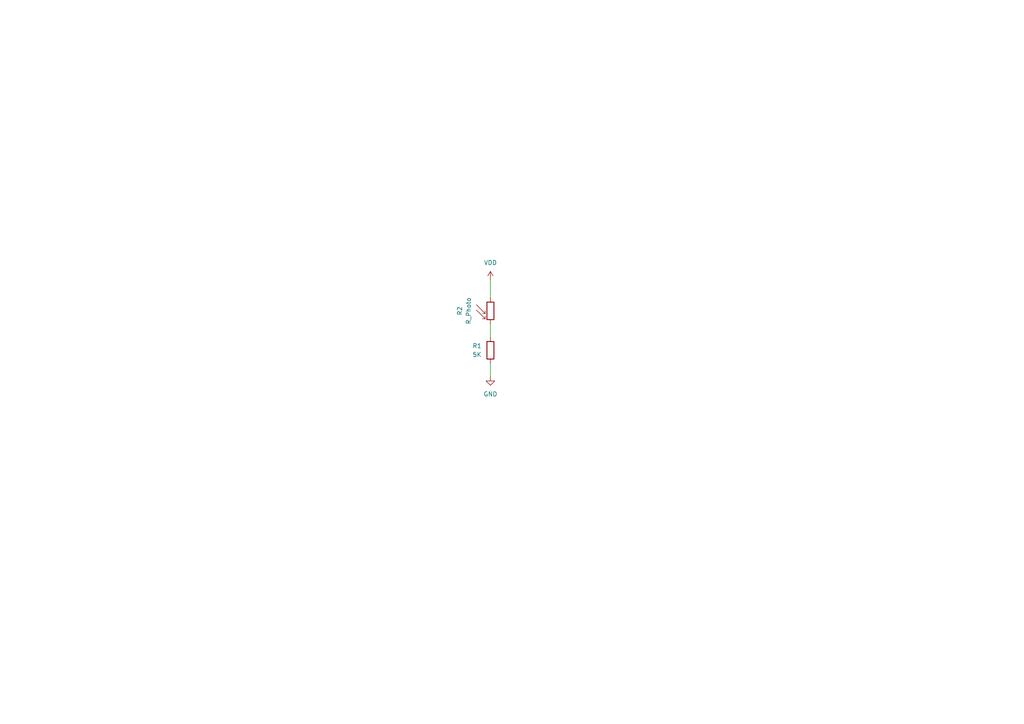
<source format=kicad_sch>
(kicad_sch (version 20230121) (generator eeschema)

  (uuid da2269a9-9c43-4c6c-b9ce-7b8abf9f0ffe)

  (paper "A4")

  (lib_symbols
    (symbol "Device:R" (pin_numbers hide) (pin_names (offset 0)) (in_bom yes) (on_board yes)
      (property "Reference" "R" (at 2.032 0 90)
        (effects (font (size 1.27 1.27)))
      )
      (property "Value" "R" (at 0 0 90)
        (effects (font (size 1.27 1.27)))
      )
      (property "Footprint" "" (at -1.778 0 90)
        (effects (font (size 1.27 1.27)) hide)
      )
      (property "Datasheet" "~" (at 0 0 0)
        (effects (font (size 1.27 1.27)) hide)
      )
      (property "ki_keywords" "R res resistor" (at 0 0 0)
        (effects (font (size 1.27 1.27)) hide)
      )
      (property "ki_description" "Resistor" (at 0 0 0)
        (effects (font (size 1.27 1.27)) hide)
      )
      (property "ki_fp_filters" "R_*" (at 0 0 0)
        (effects (font (size 1.27 1.27)) hide)
      )
      (symbol "R_0_1"
        (rectangle (start -1.016 -2.54) (end 1.016 2.54)
          (stroke (width 0.254) (type default))
          (fill (type none))
        )
      )
      (symbol "R_1_1"
        (pin passive line (at 0 3.81 270) (length 1.27)
          (name "~" (effects (font (size 1.27 1.27))))
          (number "1" (effects (font (size 1.27 1.27))))
        )
        (pin passive line (at 0 -3.81 90) (length 1.27)
          (name "~" (effects (font (size 1.27 1.27))))
          (number "2" (effects (font (size 1.27 1.27))))
        )
      )
    )
    (symbol "Device:R_Photo" (pin_numbers hide) (pin_names (offset 0)) (in_bom yes) (on_board yes)
      (property "Reference" "R" (at 1.27 1.27 0)
        (effects (font (size 1.27 1.27)) (justify left))
      )
      (property "Value" "R_Photo" (at 1.27 0 0)
        (effects (font (size 1.27 1.27)) (justify left top))
      )
      (property "Footprint" "" (at 1.27 -6.35 90)
        (effects (font (size 1.27 1.27)) (justify left) hide)
      )
      (property "Datasheet" "~" (at 0 -1.27 0)
        (effects (font (size 1.27 1.27)) hide)
      )
      (property "ki_keywords" "resistor variable light sensitive opto LDR" (at 0 0 0)
        (effects (font (size 1.27 1.27)) hide)
      )
      (property "ki_description" "Photoresistor" (at 0 0 0)
        (effects (font (size 1.27 1.27)) hide)
      )
      (property "ki_fp_filters" "*LDR* R?LDR*" (at 0 0 0)
        (effects (font (size 1.27 1.27)) hide)
      )
      (symbol "R_Photo_0_1"
        (rectangle (start -1.016 2.54) (end 1.016 -2.54)
          (stroke (width 0.254) (type default))
          (fill (type none))
        )
        (polyline
          (pts
            (xy -1.524 -2.286)
            (xy -4.064 0.254)
          )
          (stroke (width 0) (type default))
          (fill (type none))
        )
        (polyline
          (pts
            (xy -1.524 -2.286)
            (xy -2.286 -2.286)
          )
          (stroke (width 0) (type default))
          (fill (type none))
        )
        (polyline
          (pts
            (xy -1.524 -2.286)
            (xy -1.524 -1.524)
          )
          (stroke (width 0) (type default))
          (fill (type none))
        )
        (polyline
          (pts
            (xy -1.524 -0.762)
            (xy -4.064 1.778)
          )
          (stroke (width 0) (type default))
          (fill (type none))
        )
        (polyline
          (pts
            (xy -1.524 -0.762)
            (xy -2.286 -0.762)
          )
          (stroke (width 0) (type default))
          (fill (type none))
        )
        (polyline
          (pts
            (xy -1.524 -0.762)
            (xy -1.524 0)
          )
          (stroke (width 0) (type default))
          (fill (type none))
        )
      )
      (symbol "R_Photo_1_1"
        (pin passive line (at 0 3.81 270) (length 1.27)
          (name "~" (effects (font (size 1.27 1.27))))
          (number "1" (effects (font (size 1.27 1.27))))
        )
        (pin passive line (at 0 -3.81 90) (length 1.27)
          (name "~" (effects (font (size 1.27 1.27))))
          (number "2" (effects (font (size 1.27 1.27))))
        )
      )
    )
    (symbol "power:GND" (power) (pin_names (offset 0)) (in_bom yes) (on_board yes)
      (property "Reference" "#PWR" (at 0 -6.35 0)
        (effects (font (size 1.27 1.27)) hide)
      )
      (property "Value" "GND" (at 0 -3.81 0)
        (effects (font (size 1.27 1.27)))
      )
      (property "Footprint" "" (at 0 0 0)
        (effects (font (size 1.27 1.27)) hide)
      )
      (property "Datasheet" "" (at 0 0 0)
        (effects (font (size 1.27 1.27)) hide)
      )
      (property "ki_keywords" "global power" (at 0 0 0)
        (effects (font (size 1.27 1.27)) hide)
      )
      (property "ki_description" "Power symbol creates a global label with name \"GND\" , ground" (at 0 0 0)
        (effects (font (size 1.27 1.27)) hide)
      )
      (symbol "GND_0_1"
        (polyline
          (pts
            (xy 0 0)
            (xy 0 -1.27)
            (xy 1.27 -1.27)
            (xy 0 -2.54)
            (xy -1.27 -1.27)
            (xy 0 -1.27)
          )
          (stroke (width 0) (type default))
          (fill (type none))
        )
      )
      (symbol "GND_1_1"
        (pin power_in line (at 0 0 270) (length 0) hide
          (name "GND" (effects (font (size 1.27 1.27))))
          (number "1" (effects (font (size 1.27 1.27))))
        )
      )
    )
    (symbol "power:VDD" (power) (pin_names (offset 0)) (in_bom yes) (on_board yes)
      (property "Reference" "#PWR" (at 0 -3.81 0)
        (effects (font (size 1.27 1.27)) hide)
      )
      (property "Value" "VDD" (at 0 3.81 0)
        (effects (font (size 1.27 1.27)))
      )
      (property "Footprint" "" (at 0 0 0)
        (effects (font (size 1.27 1.27)) hide)
      )
      (property "Datasheet" "" (at 0 0 0)
        (effects (font (size 1.27 1.27)) hide)
      )
      (property "ki_keywords" "global power" (at 0 0 0)
        (effects (font (size 1.27 1.27)) hide)
      )
      (property "ki_description" "Power symbol creates a global label with name \"VDD\"" (at 0 0 0)
        (effects (font (size 1.27 1.27)) hide)
      )
      (symbol "VDD_0_1"
        (polyline
          (pts
            (xy -0.762 1.27)
            (xy 0 2.54)
          )
          (stroke (width 0) (type default))
          (fill (type none))
        )
        (polyline
          (pts
            (xy 0 0)
            (xy 0 2.54)
          )
          (stroke (width 0) (type default))
          (fill (type none))
        )
        (polyline
          (pts
            (xy 0 2.54)
            (xy 0.762 1.27)
          )
          (stroke (width 0) (type default))
          (fill (type none))
        )
      )
      (symbol "VDD_1_1"
        (pin power_in line (at 0 0 90) (length 0) hide
          (name "VDD" (effects (font (size 1.27 1.27))))
          (number "1" (effects (font (size 1.27 1.27))))
        )
      )
    )
  )


  (wire (pts (xy 142.24 93.98) (xy 142.24 97.79))
    (stroke (width 0) (type default))
    (uuid 4890c68f-e77a-44ce-8c53-bcadd00fdee4)
  )
  (wire (pts (xy 142.24 86.36) (xy 142.24 81.28))
    (stroke (width 0) (type default))
    (uuid 833e9f8f-ae6b-46f0-800b-534f436a313d)
  )
  (wire (pts (xy 142.24 105.41) (xy 142.24 109.22))
    (stroke (width 0) (type default))
    (uuid e145d198-2dd6-4d96-81b8-c1841eed47bd)
  )

  (symbol (lib_id "power:GND") (at 142.24 109.22 0) (unit 1)
    (in_bom yes) (on_board yes) (dnp no) (fields_autoplaced)
    (uuid 5a01d096-13a6-4fae-9d4b-7ae6465811ed)
    (property "Reference" "#PWR01" (at 142.24 115.57 0)
      (effects (font (size 1.27 1.27)) hide)
    )
    (property "Value" "GND" (at 142.24 114.3 0)
      (effects (font (size 1.27 1.27)))
    )
    (property "Footprint" "" (at 142.24 109.22 0)
      (effects (font (size 1.27 1.27)) hide)
    )
    (property "Datasheet" "" (at 142.24 109.22 0)
      (effects (font (size 1.27 1.27)) hide)
    )
    (pin "1" (uuid 9040bf36-0620-49a1-b302-1b5e7695cd7d))
    (instances
      (project "Ring_LSD"
        (path "/37a71345-bccb-4916-ae16-91b47f155daa"
          (reference "#PWR01") (unit 1)
        )
        (path "/37a71345-bccb-4916-ae16-91b47f155daa/e4257de1-c277-46f1-9b8c-b200bed097e2"
          (reference "#PWR02") (unit 1)
        )
      )
    )
  )

  (symbol (lib_id "Device:R_Photo") (at 142.24 90.17 0) (unit 1)
    (in_bom yes) (on_board yes) (dnp no) (fields_autoplaced)
    (uuid 775706cf-87bb-4b7e-92dc-37cec821f7ca)
    (property "Reference" "R2" (at 133.35 90.17 90)
      (effects (font (size 1.27 1.27)))
    )
    (property "Value" "R_Photo" (at 135.89 90.17 90)
      (effects (font (size 1.27 1.27)))
    )
    (property "Footprint" "" (at 143.51 96.52 90)
      (effects (font (size 1.27 1.27)) (justify left) hide)
    )
    (property "Datasheet" "~" (at 142.24 91.44 0)
      (effects (font (size 1.27 1.27)) hide)
    )
    (pin "1" (uuid 127a1c29-f4c2-4c6e-9361-6c6aa0c9349d))
    (pin "2" (uuid 9416cd79-5fd6-414f-a9c1-cf3ae34e5af4))
    (instances
      (project "Ring_LSD"
        (path "/37a71345-bccb-4916-ae16-91b47f155daa"
          (reference "R2") (unit 1)
        )
        (path "/37a71345-bccb-4916-ae16-91b47f155daa/e4257de1-c277-46f1-9b8c-b200bed097e2"
          (reference "R1") (unit 1)
        )
      )
    )
  )

  (symbol (lib_id "Device:R") (at 142.24 101.6 0) (mirror y) (unit 1)
    (in_bom yes) (on_board yes) (dnp no)
    (uuid b83ffa64-7250-4b10-a1f8-db471c929c60)
    (property "Reference" "R1" (at 139.7 100.33 0)
      (effects (font (size 1.27 1.27)) (justify left))
    )
    (property "Value" "5K" (at 139.7 102.87 0)
      (effects (font (size 1.27 1.27)) (justify left))
    )
    (property "Footprint" "" (at 144.018 101.6 90)
      (effects (font (size 1.27 1.27)) hide)
    )
    (property "Datasheet" "~" (at 142.24 101.6 0)
      (effects (font (size 1.27 1.27)) hide)
    )
    (pin "1" (uuid 89cbb156-1dc1-40ec-82b2-02a1731572c0))
    (pin "2" (uuid e33db4af-f5a6-418f-ad69-6157c8420f64))
    (instances
      (project "Ring_LSD"
        (path "/37a71345-bccb-4916-ae16-91b47f155daa"
          (reference "R1") (unit 1)
        )
        (path "/37a71345-bccb-4916-ae16-91b47f155daa/e4257de1-c277-46f1-9b8c-b200bed097e2"
          (reference "R2") (unit 1)
        )
      )
    )
  )

  (symbol (lib_id "power:VDD") (at 142.24 81.28 0) (unit 1)
    (in_bom yes) (on_board yes) (dnp no) (fields_autoplaced)
    (uuid d8e393b4-ee9d-4795-9f6a-9aa94c625efd)
    (property "Reference" "#PWR02" (at 142.24 85.09 0)
      (effects (font (size 1.27 1.27)) hide)
    )
    (property "Value" "VDD" (at 142.24 76.2 0)
      (effects (font (size 1.27 1.27)))
    )
    (property "Footprint" "" (at 142.24 81.28 0)
      (effects (font (size 1.27 1.27)) hide)
    )
    (property "Datasheet" "" (at 142.24 81.28 0)
      (effects (font (size 1.27 1.27)) hide)
    )
    (pin "1" (uuid 24971c1b-fa93-4188-a899-9057b62f0dd1))
    (instances
      (project "Ring_LSD"
        (path "/37a71345-bccb-4916-ae16-91b47f155daa"
          (reference "#PWR02") (unit 1)
        )
        (path "/37a71345-bccb-4916-ae16-91b47f155daa/e4257de1-c277-46f1-9b8c-b200bed097e2"
          (reference "#PWR01") (unit 1)
        )
      )
    )
  )
)

</source>
